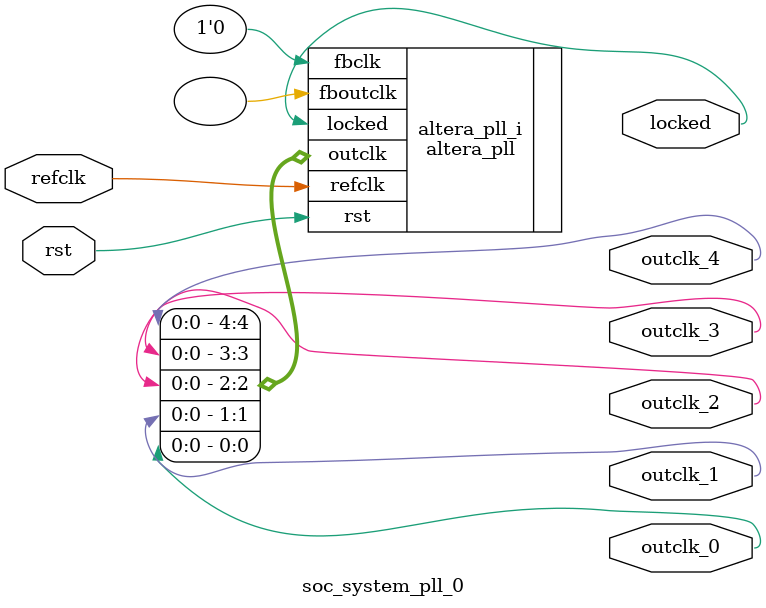
<source format=v>
`timescale 1ns/10ps
module  soc_system_pll_0(

	// interface 'refclk'
	input wire refclk,

	// interface 'reset'
	input wire rst,

	// interface 'outclk0'
	output wire outclk_0,

	// interface 'outclk1'
	output wire outclk_1,

	// interface 'outclk2'
	output wire outclk_2,

	// interface 'outclk3'
	output wire outclk_3,

	// interface 'outclk4'
	output wire outclk_4,

	// interface 'locked'
	output wire locked
);

	altera_pll #(
		.fractional_vco_multiplier("false"),
		.reference_clock_frequency("50.0 MHz"),
		.operation_mode("normal"),
		.number_of_clocks(5),
		.output_clock_frequency0("50.000000 MHz"),
		.phase_shift0("0 ps"),
		.duty_cycle0(50),
		.output_clock_frequency1("100.000000 MHz"),
		.phase_shift1("0 ps"),
		.duty_cycle1(50),
		.output_clock_frequency2("100.000000 MHz"),
		.phase_shift2("-3750 ps"),
		.duty_cycle2(50),
		.output_clock_frequency3("12.000000 MHz"),
		.phase_shift3("0 ps"),
		.duty_cycle3(50),
		.output_clock_frequency4("12.000000 MHz"),
		.phase_shift4("0 ps"),
		.duty_cycle4(50),
		.output_clock_frequency5("0 MHz"),
		.phase_shift5("0 ps"),
		.duty_cycle5(50),
		.output_clock_frequency6("0 MHz"),
		.phase_shift6("0 ps"),
		.duty_cycle6(50),
		.output_clock_frequency7("0 MHz"),
		.phase_shift7("0 ps"),
		.duty_cycle7(50),
		.output_clock_frequency8("0 MHz"),
		.phase_shift8("0 ps"),
		.duty_cycle8(50),
		.output_clock_frequency9("0 MHz"),
		.phase_shift9("0 ps"),
		.duty_cycle9(50),
		.output_clock_frequency10("0 MHz"),
		.phase_shift10("0 ps"),
		.duty_cycle10(50),
		.output_clock_frequency11("0 MHz"),
		.phase_shift11("0 ps"),
		.duty_cycle11(50),
		.output_clock_frequency12("0 MHz"),
		.phase_shift12("0 ps"),
		.duty_cycle12(50),
		.output_clock_frequency13("0 MHz"),
		.phase_shift13("0 ps"),
		.duty_cycle13(50),
		.output_clock_frequency14("0 MHz"),
		.phase_shift14("0 ps"),
		.duty_cycle14(50),
		.output_clock_frequency15("0 MHz"),
		.phase_shift15("0 ps"),
		.duty_cycle15(50),
		.output_clock_frequency16("0 MHz"),
		.phase_shift16("0 ps"),
		.duty_cycle16(50),
		.output_clock_frequency17("0 MHz"),
		.phase_shift17("0 ps"),
		.duty_cycle17(50),
		.pll_type("General"),
		.pll_subtype("General")
	) altera_pll_i (
		.rst	(rst),
		.outclk	({outclk_4, outclk_3, outclk_2, outclk_1, outclk_0}),
		.locked	(locked),
		.fboutclk	( ),
		.fbclk	(1'b0),
		.refclk	(refclk)
	);
endmodule


</source>
